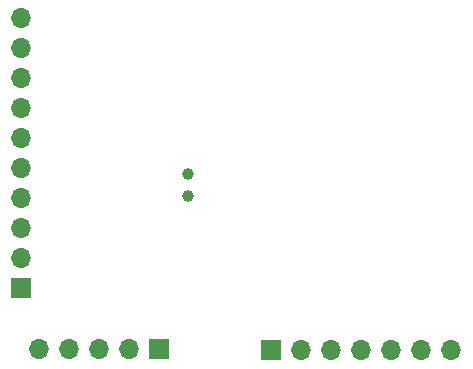
<source format=gbs>
G04 #@! TF.GenerationSoftware,KiCad,Pcbnew,7.0.7-7.0.7~ubuntu22.04.1*
G04 #@! TF.CreationDate,2023-09-02T10:24:00+05:30*
G04 #@! TF.ProjectId,Dev_board_cc2652R7,4465765f-626f-4617-9264-5f6363323635,rev?*
G04 #@! TF.SameCoordinates,Original*
G04 #@! TF.FileFunction,Soldermask,Bot*
G04 #@! TF.FilePolarity,Negative*
%FSLAX46Y46*%
G04 Gerber Fmt 4.6, Leading zero omitted, Abs format (unit mm)*
G04 Created by KiCad (PCBNEW 7.0.7-7.0.7~ubuntu22.04.1) date 2023-09-02 10:24:00*
%MOMM*%
%LPD*%
G01*
G04 APERTURE LIST*
%ADD10R,1.700000X1.700000*%
%ADD11O,1.700000X1.700000*%
%ADD12C,1.000000*%
G04 APERTURE END LIST*
D10*
X116400000Y-99000000D03*
D11*
X113860000Y-99000000D03*
X111320000Y-99000000D03*
X108780000Y-99000000D03*
X106240000Y-99000000D03*
D10*
X125880000Y-99100000D03*
D11*
X128420000Y-99100000D03*
X130960000Y-99100000D03*
X133500000Y-99100000D03*
X136040000Y-99100000D03*
X138580000Y-99100000D03*
X141120000Y-99100000D03*
D10*
X104700000Y-93860000D03*
D11*
X104700000Y-91320000D03*
X104700000Y-88780000D03*
X104700000Y-86240000D03*
X104700000Y-83700000D03*
X104700000Y-81160000D03*
X104700000Y-78620000D03*
X104700000Y-76080000D03*
X104700000Y-73540000D03*
X104700000Y-71000000D03*
D12*
X118800000Y-86050000D03*
X118800000Y-84150000D03*
M02*

</source>
